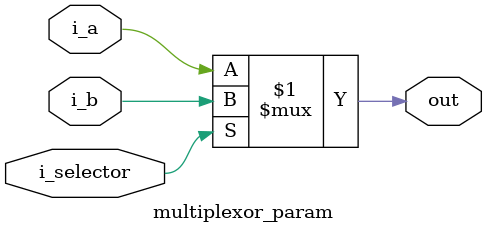
<source format=v>

module multiplexor_param #(parameter LENGTH=1)(
    //inputs
    input [LENGTH-1:0] i_a,
    input [LENGTH-1:0] i_b,
    input i_selector,
    //outputs
    output [LENGTH-1:0] out
);

//Assigns output using ternary operator
assign out = i_selector ? i_b : i_a;

endmodule
</source>
